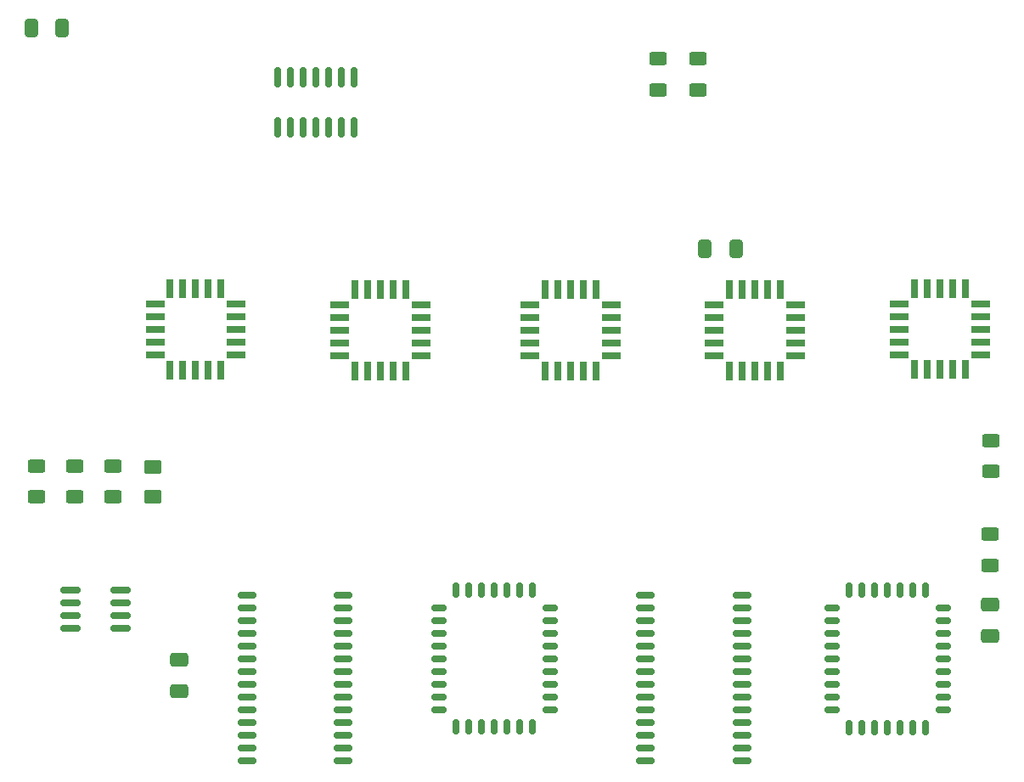
<source format=gbr>
%TF.GenerationSoftware,KiCad,Pcbnew,8.0.3*%
%TF.CreationDate,2024-08-18T17:29:15+02:00*%
%TF.ProjectId,ARIII,41524949-492e-46b6-9963-61645f706362,rev?*%
%TF.SameCoordinates,Original*%
%TF.FileFunction,Paste,Top*%
%TF.FilePolarity,Positive*%
%FSLAX46Y46*%
G04 Gerber Fmt 4.6, Leading zero omitted, Abs format (unit mm)*
G04 Created by KiCad (PCBNEW 8.0.3) date 2024-08-18 17:29:15*
%MOMM*%
%LPD*%
G01*
G04 APERTURE LIST*
G04 Aperture macros list*
%AMRoundRect*
0 Rectangle with rounded corners*
0 $1 Rounding radius*
0 $2 $3 $4 $5 $6 $7 $8 $9 X,Y pos of 4 corners*
0 Add a 4 corners polygon primitive as box body*
4,1,4,$2,$3,$4,$5,$6,$7,$8,$9,$2,$3,0*
0 Add four circle primitives for the rounded corners*
1,1,$1+$1,$2,$3*
1,1,$1+$1,$4,$5*
1,1,$1+$1,$6,$7*
1,1,$1+$1,$8,$9*
0 Add four rect primitives between the rounded corners*
20,1,$1+$1,$2,$3,$4,$5,0*
20,1,$1+$1,$4,$5,$6,$7,0*
20,1,$1+$1,$6,$7,$8,$9,0*
20,1,$1+$1,$8,$9,$2,$3,0*%
G04 Aperture macros list end*
%ADD10RoundRect,0.150000X-0.150000X-0.587500X0.150000X-0.587500X0.150000X0.587500X-0.150000X0.587500X0*%
%ADD11RoundRect,0.150000X-0.587500X-0.150000X0.587500X-0.150000X0.587500X0.150000X-0.587500X0.150000X0*%
%ADD12R,0.700000X1.925000*%
%ADD13R,1.925000X0.700000*%
%ADD14RoundRect,0.250000X-0.625000X0.400000X-0.625000X-0.400000X0.625000X-0.400000X0.625000X0.400000X0*%
%ADD15RoundRect,0.250000X-0.650000X0.412500X-0.650000X-0.412500X0.650000X-0.412500X0.650000X0.412500X0*%
%ADD16RoundRect,0.150000X-0.750000X-0.150000X0.750000X-0.150000X0.750000X0.150000X-0.750000X0.150000X0*%
%ADD17RoundRect,0.250000X0.412500X0.650000X-0.412500X0.650000X-0.412500X-0.650000X0.412500X-0.650000X0*%
%ADD18RoundRect,0.150000X-0.150000X0.825000X-0.150000X-0.825000X0.150000X-0.825000X0.150000X0.825000X0*%
%ADD19RoundRect,0.150000X-0.825000X-0.150000X0.825000X-0.150000X0.825000X0.150000X-0.825000X0.150000X0*%
%ADD20RoundRect,0.250001X0.624999X-0.462499X0.624999X0.462499X-0.624999X0.462499X-0.624999X-0.462499X0*%
G04 APERTURE END LIST*
D10*
%TO.C,U9*%
X133800000Y-104662500D03*
X132530000Y-104662500D03*
X131260000Y-104662500D03*
X129990000Y-104662500D03*
D11*
X128237500Y-106420000D03*
X128237500Y-107690000D03*
X128237500Y-108960000D03*
X128237500Y-110230000D03*
X128237500Y-111500000D03*
X128237500Y-112770000D03*
X128237500Y-114040000D03*
X128237500Y-115310000D03*
X128237500Y-116580000D03*
D10*
X129990000Y-118337500D03*
X131260000Y-118337500D03*
X132530000Y-118337500D03*
X133800000Y-118337500D03*
X135070000Y-118337500D03*
X136340000Y-118337500D03*
X137610000Y-118337500D03*
D11*
X139362500Y-116580000D03*
X139362500Y-115310000D03*
X139362500Y-114040000D03*
X139362500Y-112770000D03*
X139362500Y-111500000D03*
X139362500Y-110230000D03*
X139362500Y-108960000D03*
X139362500Y-107690000D03*
X139362500Y-106420000D03*
D10*
X137610000Y-104662500D03*
X136340000Y-104662500D03*
X135070000Y-104662500D03*
%TD*%
D12*
%TO.C,U4*%
X122400000Y-74697500D03*
X121130000Y-74697500D03*
X119860000Y-74697500D03*
D13*
X118347500Y-76210000D03*
X118347500Y-77480000D03*
X118347500Y-78750000D03*
X118347500Y-80020000D03*
X118347500Y-81290000D03*
D12*
X119860000Y-82802500D03*
X121130000Y-82802500D03*
X122400000Y-82802500D03*
X123670000Y-82802500D03*
X124940000Y-82802500D03*
D13*
X126452500Y-81290000D03*
X126452500Y-80020000D03*
X126452500Y-78750000D03*
X126452500Y-77480000D03*
X126452500Y-76210000D03*
D12*
X124940000Y-74697500D03*
X123670000Y-74697500D03*
%TD*%
D14*
%TO.C,R3*%
X183300000Y-89750000D03*
X183300000Y-92850000D03*
%TD*%
D15*
%TO.C,C2*%
X102400000Y-111587500D03*
X102400000Y-114712500D03*
%TD*%
D16*
%TO.C,U8*%
X148850000Y-105145000D03*
X148850000Y-106415000D03*
X148850000Y-107685000D03*
X148850000Y-108955000D03*
X148850000Y-110225000D03*
X148850000Y-111495000D03*
X148850000Y-112765000D03*
X148850000Y-114035000D03*
X148850000Y-115305000D03*
X148850000Y-116575000D03*
X148850000Y-117845000D03*
X148850000Y-119115000D03*
X148850000Y-120385000D03*
X148850000Y-121655000D03*
X158450000Y-121655000D03*
X158450000Y-120385000D03*
X158450000Y-119115000D03*
X158450000Y-117845000D03*
X158450000Y-116575000D03*
X158450000Y-115305000D03*
X158450000Y-114035000D03*
X158450000Y-112765000D03*
X158450000Y-111495000D03*
X158450000Y-110225000D03*
X158450000Y-108955000D03*
X158450000Y-107685000D03*
X158450000Y-106415000D03*
X158450000Y-105145000D03*
%TD*%
D14*
%TO.C,R1*%
X154050000Y-51700000D03*
X154050000Y-54800000D03*
%TD*%
D17*
%TO.C,C4*%
X157912500Y-70650000D03*
X154787500Y-70650000D03*
%TD*%
D14*
%TO.C,R6*%
X91950000Y-92300000D03*
X91950000Y-95400000D03*
%TD*%
D12*
%TO.C,U3*%
X141400000Y-74697500D03*
X140130000Y-74697500D03*
X138860000Y-74697500D03*
D13*
X137347500Y-76210000D03*
X137347500Y-77480000D03*
X137347500Y-78750000D03*
X137347500Y-80020000D03*
X137347500Y-81290000D03*
D12*
X138860000Y-82802500D03*
X140130000Y-82802500D03*
X141400000Y-82802500D03*
X142670000Y-82802500D03*
X143940000Y-82802500D03*
D13*
X145452500Y-81290000D03*
X145452500Y-80020000D03*
X145452500Y-78750000D03*
X145452500Y-77480000D03*
X145452500Y-76210000D03*
D12*
X143940000Y-74697500D03*
X142670000Y-74697500D03*
%TD*%
%TO.C,U1*%
X178200000Y-74597500D03*
X176930000Y-74597500D03*
X175660000Y-74597500D03*
D13*
X174147500Y-76110000D03*
X174147500Y-77380000D03*
X174147500Y-78650000D03*
X174147500Y-79920000D03*
X174147500Y-81190000D03*
D12*
X175660000Y-82702500D03*
X176930000Y-82702500D03*
X178200000Y-82702500D03*
X179470000Y-82702500D03*
X180740000Y-82702500D03*
D13*
X182252500Y-81190000D03*
X182252500Y-79920000D03*
X182252500Y-78650000D03*
X182252500Y-77380000D03*
X182252500Y-76110000D03*
D12*
X180740000Y-74597500D03*
X179470000Y-74597500D03*
%TD*%
%TO.C,U5*%
X104000000Y-74647500D03*
X102730000Y-74647500D03*
X101460000Y-74647500D03*
D13*
X99947500Y-76160000D03*
X99947500Y-77430000D03*
X99947500Y-78700000D03*
X99947500Y-79970000D03*
X99947500Y-81240000D03*
D12*
X101460000Y-82752500D03*
X102730000Y-82752500D03*
X104000000Y-82752500D03*
X105270000Y-82752500D03*
X106540000Y-82752500D03*
D13*
X108052500Y-81240000D03*
X108052500Y-79970000D03*
X108052500Y-78700000D03*
X108052500Y-77430000D03*
X108052500Y-76160000D03*
D12*
X106540000Y-74647500D03*
X105270000Y-74647500D03*
%TD*%
D15*
%TO.C,C3*%
X183200000Y-106137500D03*
X183200000Y-109262500D03*
%TD*%
D18*
%TO.C,U6*%
X119760000Y-53575000D03*
X118490000Y-53575000D03*
X117220000Y-53575000D03*
X115950000Y-53575000D03*
X114680000Y-53575000D03*
X113410000Y-53575000D03*
X112140000Y-53575000D03*
X112140000Y-58525000D03*
X113410000Y-58525000D03*
X114680000Y-58525000D03*
X115950000Y-58525000D03*
X117220000Y-58525000D03*
X118490000Y-58525000D03*
X119760000Y-58525000D03*
%TD*%
D19*
%TO.C,U11*%
X91525000Y-104645000D03*
X91525000Y-105915000D03*
X91525000Y-107185000D03*
X91525000Y-108455000D03*
X96475000Y-108455000D03*
X96475000Y-107185000D03*
X96475000Y-105915000D03*
X96475000Y-104645000D03*
%TD*%
D14*
%TO.C,R7*%
X88100000Y-92300000D03*
X88100000Y-95400000D03*
%TD*%
D20*
%TO.C,D3*%
X99700000Y-95337500D03*
X99700000Y-92362500D03*
%TD*%
D14*
%TO.C,R4*%
X183200000Y-99100000D03*
X183200000Y-102200000D03*
%TD*%
%TO.C,R2*%
X150150000Y-51700000D03*
X150150000Y-54800000D03*
%TD*%
D10*
%TO.C,U7*%
X173000000Y-104712500D03*
X171730000Y-104712500D03*
X170460000Y-104712500D03*
X169190000Y-104712500D03*
D11*
X167437500Y-106470000D03*
X167437500Y-107740000D03*
X167437500Y-109010000D03*
X167437500Y-110280000D03*
X167437500Y-111550000D03*
X167437500Y-112820000D03*
X167437500Y-114090000D03*
X167437500Y-115360000D03*
X167437500Y-116630000D03*
D10*
X169190000Y-118387500D03*
X170460000Y-118387500D03*
X171730000Y-118387500D03*
X173000000Y-118387500D03*
X174270000Y-118387500D03*
X175540000Y-118387500D03*
X176810000Y-118387500D03*
D11*
X178562500Y-116630000D03*
X178562500Y-115360000D03*
X178562500Y-114090000D03*
X178562500Y-112820000D03*
X178562500Y-111550000D03*
X178562500Y-110280000D03*
X178562500Y-109010000D03*
X178562500Y-107740000D03*
X178562500Y-106470000D03*
D10*
X176810000Y-104712500D03*
X175540000Y-104712500D03*
X174270000Y-104712500D03*
%TD*%
D12*
%TO.C,U2*%
X159750000Y-74697500D03*
X158480000Y-74697500D03*
X157210000Y-74697500D03*
D13*
X155697500Y-76210000D03*
X155697500Y-77480000D03*
X155697500Y-78750000D03*
X155697500Y-80020000D03*
X155697500Y-81290000D03*
D12*
X157210000Y-82802500D03*
X158480000Y-82802500D03*
X159750000Y-82802500D03*
X161020000Y-82802500D03*
X162290000Y-82802500D03*
D13*
X163802500Y-81290000D03*
X163802500Y-80020000D03*
X163802500Y-78750000D03*
X163802500Y-77480000D03*
X163802500Y-76210000D03*
D12*
X162290000Y-74697500D03*
X161020000Y-74697500D03*
%TD*%
D17*
%TO.C,C5*%
X90712500Y-48600000D03*
X87587500Y-48600000D03*
%TD*%
D16*
%TO.C,U10*%
X109100000Y-105145000D03*
X109100000Y-106415000D03*
X109100000Y-107685000D03*
X109100000Y-108955000D03*
X109100000Y-110225000D03*
X109100000Y-111495000D03*
X109100000Y-112765000D03*
X109100000Y-114035000D03*
X109100000Y-115305000D03*
X109100000Y-116575000D03*
X109100000Y-117845000D03*
X109100000Y-119115000D03*
X109100000Y-120385000D03*
X109100000Y-121655000D03*
X118700000Y-121655000D03*
X118700000Y-120385000D03*
X118700000Y-119115000D03*
X118700000Y-117845000D03*
X118700000Y-116575000D03*
X118700000Y-115305000D03*
X118700000Y-114035000D03*
X118700000Y-112765000D03*
X118700000Y-111495000D03*
X118700000Y-110225000D03*
X118700000Y-108955000D03*
X118700000Y-107685000D03*
X118700000Y-106415000D03*
X118700000Y-105145000D03*
%TD*%
D14*
%TO.C,R5*%
X95750000Y-92300000D03*
X95750000Y-95400000D03*
%TD*%
M02*

</source>
